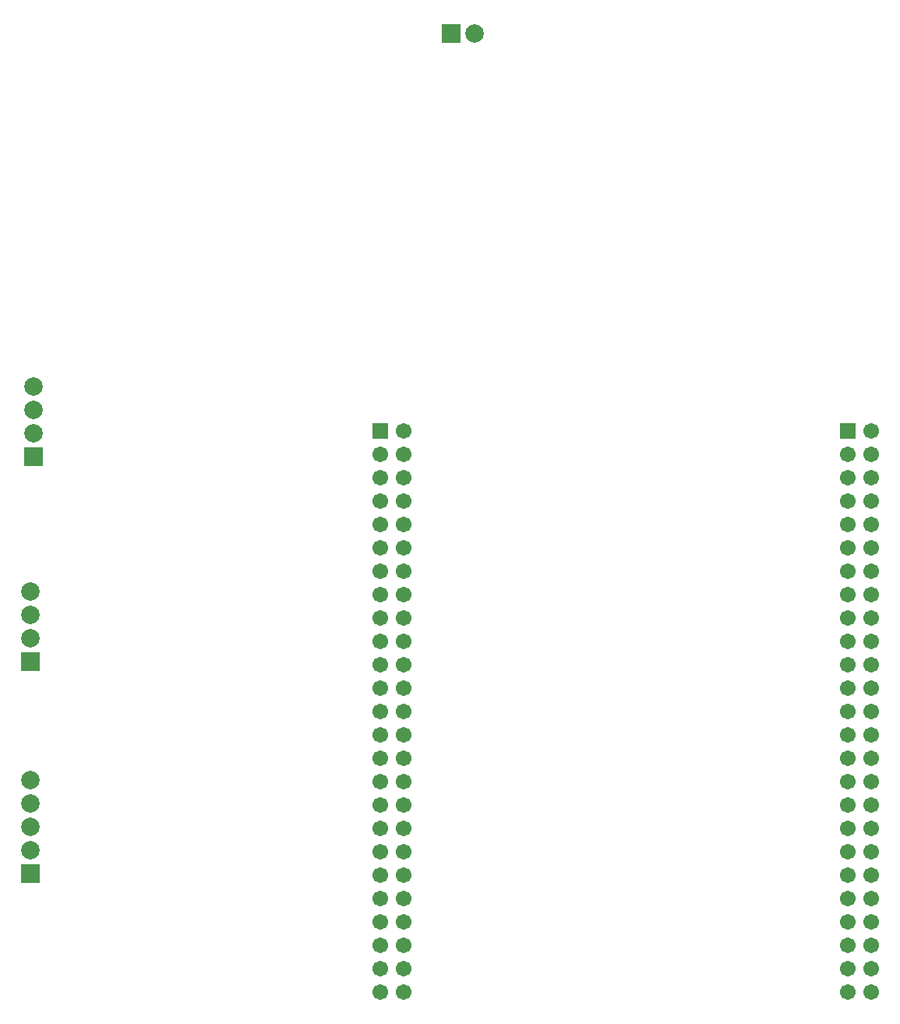
<source format=gbr>
%TF.GenerationSoftware,KiCad,Pcbnew,8.0.6*%
%TF.CreationDate,2025-01-17T17:45:09+05:30*%
%TF.ProjectId,stm32carrier_drive,73746d33-3263-4617-9272-6965725f6472,rev?*%
%TF.SameCoordinates,Original*%
%TF.FileFunction,Soldermask,Bot*%
%TF.FilePolarity,Negative*%
%FSLAX46Y46*%
G04 Gerber Fmt 4.6, Leading zero omitted, Abs format (unit mm)*
G04 Created by KiCad (PCBNEW 8.0.6) date 2025-01-17 17:45:09*
%MOMM*%
%LPD*%
G01*
G04 APERTURE LIST*
G04 Aperture macros list*
%AMRoundRect*
0 Rectangle with rounded corners*
0 $1 Rounding radius*
0 $2 $3 $4 $5 $6 $7 $8 $9 X,Y pos of 4 corners*
0 Add a 4 corners polygon primitive as box body*
4,1,4,$2,$3,$4,$5,$6,$7,$8,$9,$2,$3,0*
0 Add four circle primitives for the rounded corners*
1,1,$1+$1,$2,$3*
1,1,$1+$1,$4,$5*
1,1,$1+$1,$6,$7*
1,1,$1+$1,$8,$9*
0 Add four rect primitives between the rounded corners*
20,1,$1+$1,$2,$3,$4,$5,0*
20,1,$1+$1,$4,$5,$6,$7,0*
20,1,$1+$1,$6,$7,$8,$9,0*
20,1,$1+$1,$8,$9,$2,$3,0*%
G04 Aperture macros list end*
%ADD10R,2.000000X2.000000*%
%ADD11C,2.000000*%
%ADD12RoundRect,0.102000X-0.754000X-0.754000X0.754000X-0.754000X0.754000X0.754000X-0.754000X0.754000X0*%
%ADD13C,1.712000*%
G04 APERTURE END LIST*
D10*
%TO.C,J5*%
X112225000Y-43350000D03*
D11*
X114765000Y-43350000D03*
%TD*%
D10*
%TO.C,J3*%
X66500000Y-111620000D03*
D11*
X66500000Y-109080000D03*
X66500000Y-106540000D03*
X66500000Y-104000000D03*
%TD*%
D10*
%TO.C,J2*%
X66850000Y-89310000D03*
D11*
X66850000Y-86770000D03*
X66850000Y-84230000D03*
X66850000Y-81690000D03*
%TD*%
D12*
%TO.C,TB1*%
X104460000Y-86500000D03*
D13*
X107000000Y-86500000D03*
X104460000Y-89040000D03*
X107000000Y-89040000D03*
X104460000Y-91580000D03*
X107000000Y-91580000D03*
X104460000Y-94120000D03*
X107000000Y-94120000D03*
X104460000Y-96660000D03*
X107000000Y-96660000D03*
X104460000Y-99200000D03*
X107000000Y-99200000D03*
X104460000Y-101740000D03*
X107000000Y-101740000D03*
X104460000Y-104280000D03*
X107000000Y-104280000D03*
X104460000Y-106820000D03*
X107000000Y-106820000D03*
X104460000Y-109360000D03*
X107000000Y-109360000D03*
X104460000Y-111900000D03*
X107000000Y-111900000D03*
X104460000Y-114440000D03*
X107000000Y-114440000D03*
X104460000Y-116980000D03*
X107000000Y-116980000D03*
X104460000Y-119520000D03*
X107000000Y-119520000D03*
X104460000Y-122060000D03*
X107000000Y-122060000D03*
X104460000Y-124600000D03*
X107000000Y-124600000D03*
X104460000Y-127140000D03*
X107000000Y-127140000D03*
X104460000Y-129680000D03*
X107000000Y-129680000D03*
X104460000Y-132220000D03*
X107000000Y-132220000D03*
X104460000Y-134760000D03*
X107000000Y-134760000D03*
X104460000Y-137300000D03*
X107000000Y-137300000D03*
X104460000Y-139840000D03*
X107000000Y-139840000D03*
X104460000Y-142380000D03*
X107000000Y-142380000D03*
X104460000Y-144920000D03*
X107000000Y-144920000D03*
X104460000Y-147460000D03*
X107000000Y-147460000D03*
D12*
X155260000Y-86500000D03*
D13*
X157800000Y-86500000D03*
X155260000Y-89040000D03*
X157800000Y-89040000D03*
X155260000Y-91580000D03*
X157800000Y-91580000D03*
X155260000Y-94120000D03*
X157800000Y-94120000D03*
X155260000Y-96660000D03*
X157800000Y-96660000D03*
X155260000Y-99200000D03*
X157800000Y-99200000D03*
X155260000Y-101740000D03*
X157800000Y-101740000D03*
X155260000Y-104280000D03*
X157800000Y-104280000D03*
X155260000Y-106820000D03*
X157800000Y-106820000D03*
X155260000Y-109360000D03*
X157800000Y-109360000D03*
X155260000Y-111900000D03*
X157800000Y-111900000D03*
X155260000Y-114440000D03*
X157800000Y-114440000D03*
X155260000Y-116980000D03*
X157800000Y-116980000D03*
X155260000Y-119520000D03*
X157800000Y-119520000D03*
X155260000Y-122060000D03*
X157800000Y-122060000D03*
X155260000Y-124600000D03*
X157800000Y-124600000D03*
X155260000Y-127140000D03*
X157800000Y-127140000D03*
X155260000Y-129680000D03*
X157800000Y-129680000D03*
X155260000Y-132220000D03*
X157800000Y-132220000D03*
X155260000Y-134760000D03*
X157800000Y-134760000D03*
X155260000Y-137300000D03*
X157800000Y-137300000D03*
X155260000Y-139840000D03*
X157800000Y-139840000D03*
X155260000Y-142380000D03*
X157800000Y-142380000D03*
X155260000Y-144920000D03*
X157800000Y-144920000D03*
X155260000Y-147460000D03*
X157800000Y-147460000D03*
%TD*%
D10*
%TO.C,J4*%
X66500000Y-134660000D03*
D11*
X66500000Y-132120000D03*
X66500000Y-129580000D03*
X66500000Y-127040000D03*
X66500000Y-124500000D03*
%TD*%
M02*

</source>
